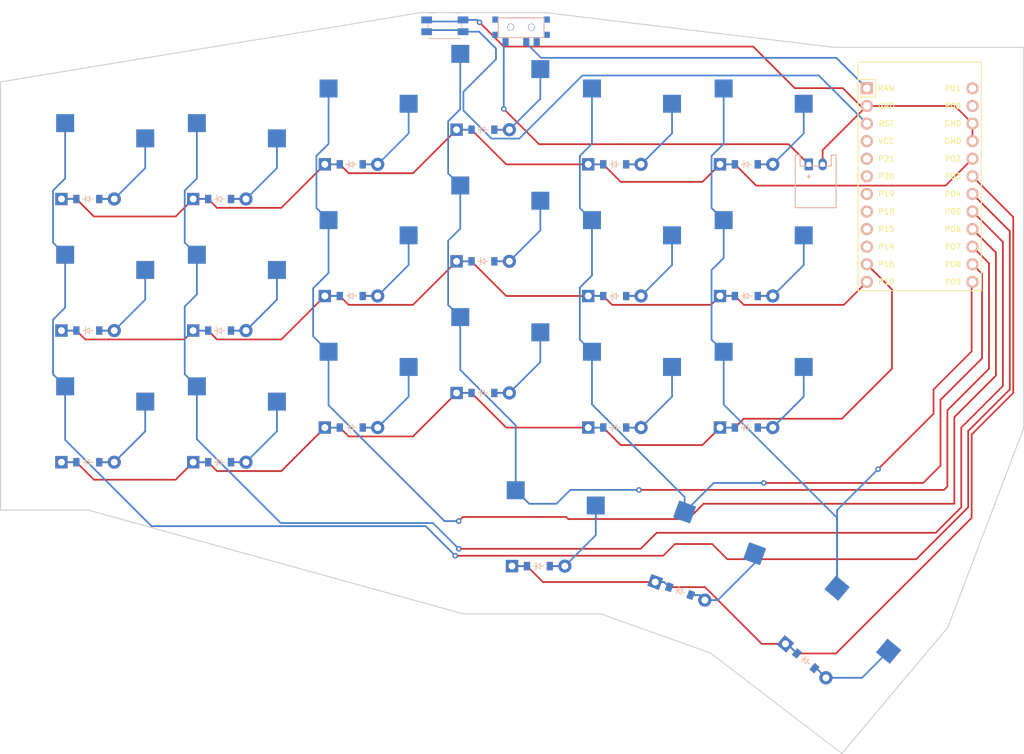
<source format=kicad_pcb>
(kicad_pcb (version 20241229) (generator "pcbnew") (generator_version "9.0")
  (title_block (title "left_pcb") (rev "v1.0.0") (company "Unknown"))
  (layers (0 "F.Cu" signal) (2 "B.Cu" signal) (13 "F.Paste" user) (15 "B.Paste" user) (5 "F.SilkS" user "F.Silkscreen") (7 "B.SilkS" user "B.Silkscreen") (1 "F.Mask" user) (3 "B.Mask" user) (25 "Edge.Cuts" user))
  (net 0 "")
  (net 1 "P4")
  (net 2 "outer_bottom")
  (net 3 "outer_home")
  (net 4 "outer_top")
  (net 5 "P5")
  (net 6 "pinky_bottom")
  (net 7 "pinky_home")
  (net 8 "pinky_top")
  (net 9 "P6")
  (net 10 "ring_bottom")
  (net 11 "ring_home")
  (net 12 "ring_top")
  (net 13 "P7")
  (net 14 "middle_bottom")
  (net 15 "middle_home")
  (net 16 "middle_top")
  (net 17 "P8")
  (net 18 "index_bottom")
  (net 19 "index_home")
  (net 20 "index_top")
  (net 21 "P9")
  (net 22 "inner_bottom")
  (net 23 "inner_home")
  (net 24 "inner_top")
  (net 25 "near_thumb")
  (net 26 "home_thumb")
  (net 27 "far_thumb")
  (net 28 "P16")
  (net 29 "P10")
  (net 30 "P2")
  (net 31 "P3")
  (net 32 "RAW")
  (net 33 "GND")
  (net 34 "RST")
  (net 35 "VCC")
  (net 36 "P21")
  (net 37 "P20")
  (net 38 "P19")
  (net 39 "P18")
  (net 40 "P15")
  (net 41 "P14")
  (net 42 "P1")
  (net 43 "P0")
  (net 44 "pos")
  (footprint "E73:SPDT_C128955" (layer "F.Cu") (at 162.5 42.2)
    (property "Reference" "T1" (hide yes))
    (property "Value" "" (hide yes))
  )
  (footprint "PG1350" (layer "F.Cu") (at 157 71)
    (property "Reference" "S11" (hide yes))
    (property "Value" "" (hide yes))
  )
  (footprint "PG1350" (layer "F.Cu") (at 138 76)
    (property "Reference" "S8" (hide yes))
    (property "Value" "" (hide yes))
  )
  (footprint "ComboDiode" (layer "F.Cu") (at 138 62)
    (property "Reference" "D9" (hide yes))
    (property "Value" "" (hide yes))
  )
  (footprint "PG1350" (layer "F.Cu") (at 165 115)
    (property "Reference" "S19" (hide yes))
    (property "Value" "" (hide yes))
  )
  (footprint "ComboDiode" (layer "F.Cu") (at 119 67)
    (property "Reference" "D6" (hide yes))
    (property "Value" "" (hide yes))
  )
  (footprint "PG1350" (layer "F.Cu") (at 157 90)
    (property "Reference" "S10" (hide yes))
    (property "Value" "" (hide yes))
  )
  (footprint "PG1350" (layer "F.Cu") (at 195 95)
    (property "Reference" "S16" (hide yes))
    (property "Value" "" (hide yes))
  )
  (footprint "ComboDiode" (layer "F.Cu") (at 119 86)
    (property "Reference" "D5" (hide yes))
    (property "Value" "" (hide yes))
  )
  (footprint "PG1350" (layer "F.Cu") (at 100 81)
    (property "Reference" "S2" (hide yes))
    (property "Value" "" (hide yes))
  )
  (footprint "ComboDiode" (layer "F.Cu") (at 157 57)
    (property "Reference" "D12" (hide yes))
    (property "Value" "" (hide yes))
  )
  (footprint "ComboDiode" (layer "F.Cu") (at 100 105)
    (property "Reference" "D1" (hide yes))
    (property "Value" "" (hide yes))
  )
  (footprint "ComboDiode" (layer "F.Cu") (at 185.422987 123.601124 -20)
    (property "Reference" "D20" (hide yes))
    (property "Value" "" (hide yes))
  )
  (footprint "ComboDiode" (layer "F.Cu") (at 195 100)
    (property "Reference" "D16" (hide yes))
    (property "Value" "" (hide yes))
  )
  (footprint "JST_PH_S2B-PH-K_02x2.00mm_Angled" (layer "F.Cu") (at 205 62)
    (property "Reference" "JST1" (hide yes))
    (property "Value" "" (hide yes))
  )
  (footprint "ComboDiode" (layer "F.Cu") (at 157 95)
    (property "Reference" "D10" (hide yes))
    (property "Value" "" (hide yes))
  )
  (footprint "ComboDiode" (layer "F.Cu") (at 195 62)
    (property "Reference" "D18" (hide yes))
    (property "Value" "" (hide yes))
  )
  (footprint "PG1350" (layer "F.Cu") (at 176 95)
    (property "Reference" "S13" (hide yes))
    (property "Value" "" (hide yes))
  )
  (footprint "ComboDiode" (layer "F.Cu") (at 138 100)
    (property "Reference" "D7" (hide yes))
    (property "Value" "" (hide yes))
  )
  (footprint "PG1350" (layer "F.Cu") (at 176 57)
    (property "Reference" "S15" (hide yes))
    (property "Value" "" (hide yes))
  )
  (footprint "PG1350" (layer "F.Cu") (at 157 52)
    (property "Reference" "S12" (hide yes))
    (property "Value" "" (hide yes))
  )
  (footprint "ComboDiode" (layer "F.Cu") (at 165 120)
    (property "Reference" "D19" (hide yes))
    (property "Value" "" (hide yes))
  )
  (footprint "ProMicro" (layer "F.Cu") (at 220 65 -90)
    (property "Reference" "MCU1" (hide yes))
    (property "Value" "" (hide yes))
  )
  (footprint "ComboDiode" (layer "F.Cu") (at 176 81)
    (property "Reference" "D14" (hide yes))
    (property "Value" "" (hide yes))
  )
  (footprint "HOLE_M2_TH" (layer "F.Cu") (at 185.46 62.1)
    (property "Reference" "")
    (property "Value" "")
  )
  (footprint "ComboDiode" (layer "F.Cu") (at 100 67)
    (property "Reference" "D3" (hide yes))
    (property "Value" "" (hide yes))
  )
  (footprint "PG1350" (layer "F.Cu") (at 187.133087 118.902661 -20)
    (property "Reference" "S20" (hide yes))
    (property "Value" "" (hide yes))
  )
  (footprint "HOLE_M2_TH" (layer "F.Cu") (at 185.46 100.1)
    (property "Reference" "")
    (property "Value" "")
  )
  (footprint "PG1350" (layer "F.Cu") (at 100 100)
    (property "Reference" "S1" (hide yes))
    (property "Value" "" (hide yes))
  )
  (footprint "ComboDiode" (layer "F.Cu") (at 195 81)
    (property "Reference" "D17" (hide yes))
    (property "Value" "" (hide yes))
  )
  (footprint "ComboDiode" (layer "F.Cu") (at 157 76)
    (property "Reference" "D11" (hide yes))
    (property "Value" "" (hide yes))
  )
  (footprint "PG1350" (layer "F.Cu") (at 119 62)
    (property "Reference" "S6" (hide yes))
    (property "Value" "" (hide yes))
  )
  (footprint "PG1350" (layer "F.Cu") (at 195 57)
    (property "Reference" "S18" (hide yes))
    (property "Value" "" (hide yes))
  )
  (footprint "PG1350" (layer "F.Cu") (at 119 100)
    (property "Reference" "S4" (hide yes))
    (property "Value" "" (hide yes))
  )
  (footprint "PG1350" (layer "F.Cu") (at 138 57)
    (property "Reference" "S9" (hide yes))
    (property "Value" "" (hide yes))
  )
  (footprint "ComboDiode" (layer "F.Cu") (at 176 100)
    (property "Reference" "D13" (hide yes))
    (property "Value" "" (hide yes))
  )
  (footprint "PG1350" (layer "F.Cu") (at 100 62)
    (property "Reference" "S3" (hide yes))
    (property "Value" "" (hide yes))
  )
  (footprint "ComboDiode" (layer "F.Cu") (at 100 86)
    (property "Reference" "D2" (hide yes))
    (property "Value" "" (hide yes))
  )
  (footprint "PG1350" (layer "F.Cu") (at 119 81)
    (property "Reference" "S5" (hide yes))
    (property "Value" "" (hide yes))
  )
  (footprint "HOLE_M2_TH" (layer "F.Cu") (at 109.54 67.1)
    (property "Reference" "")
    (property "Value" "")
  )
  (footprint "HOLE_M2_TH" (layer "F.Cu") (at 109.54 105.1)
    (property "Reference" "")
    (property "Value" "")
  )
  (footprint "PG1350" (layer "F.Cu") (at 176 76)
    (property "Reference" "S14" (hide yes))
    (property "Value" "" (hide yes))
  )
  (footprint "ComboDiode" (layer "F.Cu") (at 176 62)
    (property "Reference" "D15" (hide yes))
    (property "Value" "" (hide yes))
  )
  (footprint "Panasonic_EVQPUL_EVQPUC" (layer "F.Cu") (at 151.5 42)
    (property "Reference" "B1" (hide yes))
    (property "Value" "Panasonic_EVQPUL_EVQPUC" (hide yes))
  )
  (footprint "ComboDiode" (layer "F.Cu") (at 203.556308 133.669378 -40)
    (property "Reference" "D21" (hide yes))
    (property "Value" "" (hide yes))
  )
  (footprint "ComboDiode" (layer "F.Cu") (at 138 81)
    (property "Reference" "D8" (hide yes))
    (property "Value" "" (hide yes))
  )
  (footprint "ComboDiode" (layer "F.Cu") (at 119 105)
    (property "Reference" "D4" (hide yes))
    (property "Value" "" (hide yes))
  )
  (footprint "PG1350" (layer "F.Cu") (at 138 95)
    (property "Reference" "S7" (hide yes))
    (property "Value" "" (hide yes))
  )
  (footprint "PG1350" (layer "F.Cu") (at 206.770246 129.839156 -40)
    (property "Reference" "S21" (hide yes))
    (property "Value" "" (hide yes))
  )
  (footprint "HOLE_M2_TH" (layer "F.Cu") (at 197.620057 122.719605 -20)
    (property "Reference" "")
    (property "Value" "")
  )
  (footprint "PG1350" (layer "F.Cu") (at 195 76)
    (property "Reference" "S17" (hide yes))
    (property "Value" "" (hide yes))
  )
  (gr_line (start 166 40.1) (end 207.6 45.1) (stroke (width 0.15)) (layer "Edge.Cuts"))
  (gr_line (start 235 100.1) (end 224.071578 128.822351) (stroke (width 0.15)) (layer "Edge.Cuts"))
  (gr_line (start 235 45.1) (end 235 100.1) (stroke (width 0.15)) (layer "Edge.Cuts"))
  (gr_line (start 189.828835 132.547548) (end 174 126.9) (stroke (width 0.15)) (layer "Edge.Cuts"))
  (gr_line (start 154.2 126.9) (end 100 111.9) (stroke (width 0.15)) (layer "Edge.Cuts"))
  (gr_line (start 87.4 50.1) (end 148 40.1) (stroke (width 0.15)) (layer "Edge.Cuts"))
  (gr_line (start 207.6 45.1) (end 235 45.1) (stroke (width 0.15)) (layer "Edge.Cuts"))
  (gr_line (start 224.071578 128.822351) (end 208.773233 147.054209) (stroke (width 0.15)) (layer "Edge.Cuts"))
  (gr_line (start 208.773233 147.054209) (end 189.828835 132.547548) (stroke (width 0.15)) (layer "Edge.Cuts"))
  (gr_line (start 174 126.9) (end 154.2 126.9) (stroke (width 0.15)) (layer "Edge.Cuts"))
  (gr_line (start 148 40.1) (end 166 40.1) (stroke (width 0.15)) (layer "Edge.Cuts"))
  (gr_line (start 87.4 111.9) (end 87.4 50.1) (stroke (width 0.15)) (layer "Edge.Cuts"))
  (gr_line (start 100 111.9) (end 87.4 111.9) (stroke (width 0.15)) (layer "Edge.Cuts"))
  (segment (start 227 111.5) (end 227 100.5) (width 0.25) (layer "F.Cu") (net 1))
  (segment (start 219.5 119) (end 227 111.5) (width 0.25) (layer "F.Cu") (net 1))
  (segment (start 233 94.5) (end 233 71.65) (width 0.25) (layer "F.Cu") (net 1))
  (segment (start 184.687839 116.812161) (end 190.064884 116.812161) (width 0.25) (layer "F.Cu") (net 1))
  (segment (start 227 100.5) (end 233 94.5) (width 0.25) (layer "F.Cu") (net 1))
  (segment (start 233 71.65) (end 227.62 66.27) (width 0.25) (layer "F.Cu") (net 1))
  (segment (start 192.252723 119) (end 219.5 119) (width 0.25) (layer "F.Cu") (net 1))
  (segment (start 153 118.5) (end 183 118.5) (width 0.25) (layer "F.Cu") (net 1))
  (segment (start 190.064884 116.812161) (end 192.252723 119) (width 0.25) (layer "F.Cu") (net 1))
  (segment (start 183 118.5) (end 184.687839 116.812161) (width 0.25) (layer "F.Cu") (net 1))
  (via (at 153 118.5) (size 0.8) (drill 0.4) (layers "F.Cu" "B.Cu") (net 1))
  (segment (start 94.975 65.785) (end 94.975 73.3) (width 0.25) (layer "B.Cu") (net 1))
  (segment (start 96.725 64.035) (end 94.975 65.785) (width 0.25) (layer "B.Cu") (net 1))
  (segment (start 96.725 75.05) (end 96.725 82.673) (width 0.25) (layer "B.Cu") (net 1))
  (segment (start 96.725 82.673) (end 94.975 84.423) (width 0.25) (layer "B.Cu") (net 1))
  (segment (start 94.975 84.423) (end 94.975 92.3) (width 0.25) (layer "B.Cu") (net 1))
  (segment (start 148.732049 114.232049) (end 153 118.5) (width 0.25) (layer "B.Cu") (net 1))
  (segment (start 96.725 101.777) (end 109.180049 114.232049) (width 0.25) (layer "B.Cu") (net 1))
  (segment (start 94.975 92.3) (end 96.725 94.05) (width 0.25) (layer "B.Cu") (net 1))
  (segment (start 96.725 94.05) (end 96.725 101.777) (width 0.25) (layer "B.Cu") (net 1))
  (segment (start 109.180049 114.232049) (end 148.732049 114.232049) (width 0.25) (layer "B.Cu") (net 1))
  (segment (start 96.725 56.05) (end 96.725 64.035) (width 0.25) (layer "B.Cu") (net 1))
  (segment (start 94.975 73.3) (end 96.725 75.05) (width 0.25) (layer "B.Cu") (net 1))
  (segment (start 103.81 105) (end 101.65 105) (width 0.25) (layer "F.Cu") (net 2))
  (segment (start 108.275 96.25) (end 108.275 100.535) (width 0.25) (layer "B.Cu") (net 2))
  (segment (start 108.275 100.535) (end 103.81 105) (width 0.25) (layer "B.Cu") (net 2))
  (segment (start 101.65 105) (end 103.81 105) (width 0.25) (layer "B.Cu") (net 2))
  (segment (start 101.65 86) (end 103.81 86) (width 0.25) (layer "F.Cu") (net 3))
  (segment (start 108.275 81.535) (end 103.81 86) (width 0.25) (layer "B.Cu") (net 3))
  (segment (start 103.81 86) (end 101.65 86) (width 0.25) (layer "B.Cu") (net 3))
  (segment (start 108.275 77.25) (end 108.275 81.535) (width 0.25) (layer "B.Cu") (net 3))
  (segment (start 101.65 67) (end 103.81 67) (width 0.25) (layer "F.Cu") (net 4))
  (segment (start 101.65 67) (end 103.81 67) (width 0.25) (layer "B.Cu") (net 4))
  (segment (start 108.275 62.535) (end 103.81 67) (width 0.25) (layer "B.Cu") (net 4))
  (segment (start 108.275 58.25) (end 108.275 62.535) (width 0.25) (layer "B.Cu") (net 4))
  (segment (start 226 100) (end 232 94) (width 0.25) (layer "F.Cu") (net 5))
  (segment (start 182.063739 115.18749) (end 222.31251 115.18749) (width 0.25) (layer "F.Cu") (net 5))
  (segment (start 179.751229 117.5) (end 182.063739 115.18749) (width 0.25) (layer "F.Cu") (net 5))
  (segment (start 153.5 117.5) (end 179.751229 117.5) (width 0.25) (layer "F.Cu") (net 5))
  (segment (start 226 111.5) (end 226 100) (width 0.25) (layer "F.Cu") (net 5))
  (segment (start 222.31251 115.18749) (end 226 111.5) (width 0.25) (layer "F.Cu") (net 5))
  (segment (start 232 94) (end 232 73.19) (width 0.25) (layer "F.Cu") (net 5))
  (segment (start 232 73.19) (end 227.62 68.81) (width 0.25) (layer "F.Cu") (net 5))
  (via (at 153.5 117.5) (size 0.8) (drill 0.4) (layers "F.Cu" "B.Cu") (net 5))
  (segment (start 115.725 56.05) (end 115.725 64.035) (width 0.25) (layer "B.Cu") (net 5))
  (segment (start 115.725 94.05) (end 115.725 101.673) (width 0.25) (layer "B.Cu") (net 5))
  (segment (start 113.975 65.785) (end 113.975 73.3) (width 0.25) (layer "B.Cu") (net 5))
  (segment (start 115.725 80.775) (end 113.975 82.525) (width 0.25) (layer "B.Cu") (net 5))
  (segment (start 149.781049 113.781049) (end 153.5 117.5) (width 0.25) (layer "B.Cu") (net 5))
  (segment (start 115.725 75.05) (end 115.725 80.775) (width 0.25) (layer "B.Cu") (net 5))
  (segment (start 127.833049 113.781049) (end 149.781049 113.781049) (width 0.25) (layer "B.Cu") (net 5))
  (segment (start 113.975 92.3) (end 115.725 94.05) (width 0.25) (layer "B.Cu") (net 5))
  (segment (start 115.725 64.035) (end 113.975 65.785) (width 0.25) (layer "B.Cu") (net 5))
  (segment (start 113.975 73.3) (end 115.725 75.05) (width 0.25) (layer "B.Cu") (net 5))
  (segment (start 115.725 101.673) (end 127.833049 113.781049) (width 0.25) (layer "B.Cu") (net 5))
  (segment (start 113.975 82.525) (end 113.975 92.3) (width 0.25) (layer "B.Cu") (net 5))
  (segment (start 122.81 105) (end 120.65 105) (width 0.25) (layer "F.Cu") (net 6))
  (segment (start 127.275 100.535) (end 122.81 105) (width 0.25) (layer "B.Cu") (net 6))
  (segment (start 120.65 105) (end 122.81 105) (width 0.25) (layer "B.Cu") (net 6))
  (segment (start 127.275 96.25) (end 127.275 100.535) (width 0.25) (layer "B.Cu") (net 6))
  (segment (start 120.65 86) (end 122.81 86) (width 0.25) (layer "F.Cu") (net 7))
  (segment (start 127.275 77.25) (end 127.275 81.535) (width 0.25) (layer "B.Cu") (net 7))
  (segment (start 127.275 81.535) (end 122.81 86) (width 0.25) (layer "B.Cu") (net 7))
  (segment (start 122.81 86) (end 120.65 86) (width 0.25) (layer "B.Cu") (net 7))
  (segment (start 120.65 67) (end 122.81 67) (width 0.25) (layer "F.Cu") (net 8))
  (segment (start 122.81 67) (end 120.65 67) (width 0.25) (layer "B.Cu") (net 8))
  (segment (start 127.275 62.535) (end 122.81 67) (width 0.25) (layer "B.Cu") (net 8))
  (segment (start 127.275 58.25) (end 127.275 62.535) (width 0.25) (layer "B.Cu") (net 8))
  (segment (start 169.304828 113.207893) (end 186.618639 113.207893) (width 0.25) (layer "F.Cu") (net 9))
  (segment (start 231 74.73) (end 227.62 71.35) (width 0.25) (layer "F.Cu") (net 9))
  (segment (start 188.826532 111) (end 225 111) (width 0.25) (layer "F.Cu") (net 9))
  (segment (start 231 92.5) (end 231 74.73) (width 0.25) (layer "F.Cu") (net 9))
  (segment (start 154.0905 112.9095) (end 169.006435 112.9095) (width 0.25) (layer "F.Cu") (net 9))
  (segment (start 186.618639 113.207893) (end 188.826532 111) (width 0.25) (layer "F.Cu") (net 9))
  (segment (start 169.006435 112.9095) (end 169.304828 113.207893) (width 0.25) (layer "F.Cu") (net 9))
  (segment (start 225 111) (end 225 98.5) (width 0.25) (layer "F.Cu") (net 9))
  (segment (start 225 98.5) (end 231 92.5) (width 0.25) (layer "F.Cu") (net 9))
  (segment (start 153.5 113.5) (end 154.0905 112.9095) (width 0.25) (layer "F.Cu") (net 9))
  (via (at 153.5 113.5) (size 0.8) (drill 0.4) (layers "F.Cu" "B.Cu") (net 9))
  (segment (start 132.5 79.898) (end 132.5 86.825) (width 0.25) (layer "B.Cu") (net 9))
  (segment (start 151.448 113.5) (end 153.5 113.5) (width 0.25) (layer "B.Cu") (net 9))
  (segment (start 132.975 60.785) (end 132.975 68.3) (width 0.25) (layer "B.Cu") (net 9))
  (segment (start 134.725 77.673) (end 132.5 79.898) (width 0.25) (layer "B.Cu") (net 9))
  (segment (start 132.5 86.825) (end 134.725 89.05) (width 0.25) (layer "B.Cu") (net 9))
  (segment (start 134.725 59.035) (end 132.975 60.785) (width 0.25) (layer "B.Cu") (net 9))
  (segment (start 134.725 51.05) (end 134.725 59.035) (width 0.25) (layer "B.Cu") (net 9))
  (segment (start 134.725 70.05) (end 134.725 77.673) (width 0.25) (layer "B.Cu") (net 9))
  (segment (start 134.725 96.777) (end 151.448 113.5) (width 0.25) (layer "B.Cu") (net 9))
  (segment (start 134.725 89.05) (end 134.725 96.777) (width 0.25) (layer "B.Cu") (net 9))
  (segment (start 132.975 68.3) (end 134.725 70.05) (width 0.25) (layer "B.Cu") (net 9))
  (segment (start 141.81 100) (end 139.65 100) (width 0.25) (layer "F.Cu") (net 10))
  (segment (start 146.275 91.25) (end 146.275 95.535) (width 0.25) (layer "B.Cu") (net 10))
  (segment (start 139.65 100) (end 141.81 100) (width 0.25) (layer "B.Cu") (net 10))
  (segment (start 146.275 95.535) (end 141.81 100) (width 0.25) (layer "B.Cu") (net 10))
  (segment (start 139.65 81) (end 141.81 81) (width 0.25) (layer "F.Cu") (net 11))
  (segment (start 141.81 81) (end 139.65 81) (width 0.25) (layer "B.Cu") (net 11))
  (segment (start 146.275 72.25) (end 146.275 76.535) (width 0.25) (layer "B.Cu") (net 11))
  (segment (start 146.275 76.535) (end 141.81 81) (width 0.25) (layer "B.Cu") (net 11))
  (segment (start 141.81 62) (end 139.65 62) (width 0.25) (layer "F.Cu") (net 12))
  (segment (start 146.275 57.535) (end 146.275 53.25) (width 0.25) (layer "B.Cu") (net 12))
  (segment (start 139.65 62) (end 141.81 62) (width 0.25) (layer "B.Cu") (net 12))
  (segment (start 141.81 62) (end 146.275 57.535) (width 0.25) (layer "B.Cu") (net 12))
  (segment (start 224 108.5) (end 224 97.5) (width 0.25) (layer "F.Cu") (net 13))
  (segment (start 223.5 109) (end 224 108.5) (width 0.25) (layer "F.Cu") (net 13))
  (segment (start 230 76.27) (end 227.62 73.89) (width 0.25) (layer "F.Cu") (net 13))
  (segment (start 230 91.5) (end 230 76.27) (width 0.25) (layer "F.Cu") (net 13))
  (segment (start 224 97.5) (end 230 91.5) (width 0.25) (layer "F.Cu") (net 13))
  (segment (start 179.5 109) (end 223.5 109) (width 0.25) (layer "F.Cu") (net 13))
  (via (at 179.5 109) (size 0.8) (drill 0.4) (layers "F.Cu" "B.Cu") (net 13))
  (segment (start 167.596935 111) (end 169.596935 109) (width 0.25) (layer "B.Cu") (net 13))
  (segment (start 153.725 84.05) (end 153.725 91.673) (width 0.25) (layer "B.Cu") (net 13))
  (segment (start 163.675 111) (end 167.596935 111) (width 0.25) (layer "B.Cu") (net 13))
  (segment (start 151.975 73.025) (end 151.975 82.3) (width 0.25) (layer "B.Cu") (net 13))
  (segment (start 151.975 55.785) (end 151.975 63.3) (width 0.25) (layer "B.Cu") (net 13))
  (segment (start 153.725 54.035) (end 151.975 55.785) (width 0.25) (layer "B.Cu") (net 13))
  (segment (start 153.725 65.05) (end 153.725 71.275) (width 0.25) (layer "B.Cu") (net 13))
  (segment (start 153.725 71.275) (end 151.975 73.025) (width 0.25) (layer "B.Cu") (net 13))
  (segment (start 151.975 63.3) (end 153.725 65.05) (width 0.25) (layer "B.Cu") (net 13))
  (segment (start 153.725 91.673) (end 161.725 99.673) (width 0.25) (layer "B.Cu") (net 13))
  (segment (start 153.725 46.05) (end 153.725 54.035) (width 0.25) (layer "B.Cu") (net 13))
  (segment (start 151.975 82.3) (end 153.725 84.05) (width 0.25) (layer "B.Cu") (net 13))
  (segment (start 161.725 109.05) (end 163.675 111) (width 0.25) (layer "B.Cu") (net 13))
  (segment (start 169.596935 109) (end 179.5 109) (width 0.25) (layer "B.Cu") (net 13))
  (segment (start 161.725 99.673) (end 161.725 109.05) (width 0.25) (layer "B.Cu") (net 13))
  (segment (start 158.65 95) (end 160.81 95) (width 0.25) (layer "F.Cu") (net 14))
  (segment (start 165.275 86.25) (end 165.275 90.535) (width 0.25) (layer "B.Cu") (net 14))
  (segment (start 165.275 90.535) (end 160.81 95) (width 0.25) (layer "B.Cu") (net 14))
  (segment (start 160.81 95) (end 158.65 95) (width 0.25) (layer "B.Cu") (net 14))
  (segment (start 160.81 76) (end 158.65 76) (width 0.25) (layer "F.Cu") (net 15))
  (segment (start 165.275 71.535) (end 160.81 76) (width 0.25) (layer "B.Cu") (net 15))
  (segment (start 158.65 76) (end 160.81 76) (width 0.25) (layer "B.Cu") (net 15))
  (segment (start 165.275 67.25) (end 165.275 71.535) (width 0.25) (layer "B.Cu") (net 15))
  (segment (start 158.65 57) (end 160.81 57) (width 0.25) (layer "F.Cu") (net 16))
  (segment (start 165.275 52.535) (end 160.81 57) (width 0.25) (layer "B.Cu") (net 16))
  (segment (start 160.81 57) (end 158.65 57) (width 0.25) (layer "B.Cu") (net 16))
  (segment (start 165.275 48.25) (end 165.275 52.535) (width 0.25) (layer "B.Cu") (net 16))
  (segment (start 223 105.5) (end 223 96) (width 0.25) (layer "F.Cu") (net 17))
  (segment (start 229 90) (end 229 77.81) (width 0.25) (layer "F.Cu") (net 17))
  (segment (start 197.5 108) (end 220.5 108) (width 0.25) (layer "F.Cu") (net 17))
  (segment (start 229 77.81) (end 227.62 76.43) (width 0.25) (layer "F.Cu") (net 17))
  (segment (start 220.5 108) (end 223 105.5) (width 0.25) (layer "F.Cu") (net 17))
  (segment (start 223 96) (end 229 90) (width 0.25) (layer "F.Cu") (net 17))
  (via (at 197.5 108) (size 0.8) (drill 0.4) (layers "F.Cu" "B.Cu") (net 17))
  (segment (start 172.725 59.035) (end 170.975 60.785) (width 0.25) (layer "B.Cu") (net 17))
  (segment (start 186.090614 112.191374) (end 190.281988 108) (width 0.25) (layer "B.Cu") (net 17))
  (segment (start 170.975 68.3) (end 172.725 70.05) (width 0.25) (layer "B.Cu") (net 17))
  (segment (start 170.975 87.3) (end 172.725 89.05) (width 0.25) (layer "B.Cu") (net 17))
  (segment (start 172.725 78.035) (end 170.975 79.785) (width 0.25) (layer "B.Cu") (net 17))
  (segment (start 190.281988 108) (end 197.5 108) (width 0.25) (layer "B.Cu") (net 17))
  (segment (start 186.090614 110.016614) (end 186.090614 112.191374) (width 0.25) (layer "B.Cu") (net 17))
  (segment (start 172.725 51.05) (end 172.725 59.035) (width 0.25) (layer "B.Cu") (net 17))
  (segment (start 172.725 70.05) (end 172.725 78.035) (width 0.25) (layer "B.Cu") (net 17))
  (segment (start 172.725 89.05) (end 172.725 96.651) (width 0.25) (layer "B.Cu") (net 17))
  (segment (start 172.725 96.651) (end 186.090614 110.016614) (width 0.25) (layer "B.Cu") (net 17))
  (segment (start 170.975 79.785) (end 170.975 87.3) (width 0.25) (layer "B.Cu") (net 17))
  (segment (start 170.975 60.785) (end 170.975 68.3) (width 0.25) (layer "B.Cu") (net 17))
  (segment (start 179.81 100) (end 177.65 100) (width 0.25) (layer "F.Cu") (net 18))
  (segment (start 184.275 95.535) (end 179.81 100) (width 0.25) (layer "B.Cu") (net 18))
  (segment (start 177.65 100) (end 179.81 100) (width 0.25) (layer "B.Cu") (net 18))
  (segment (start 184.275 91.25) (end 184.275 95.535) (width 0.25) (layer "B.Cu") (net 18))
  (segment (start 177.65 81) (end 179.81 81) (width 0.25) (layer "F.Cu") (net 19))
  (segment (start 184.275 76.535) (end 179.81 81) (width 0.25) (layer "B.Cu") (net 19))
  (segment (start 177.65 81) (end 179.81 81) (width 0.25) (layer "B.Cu") (net 19))
  (segment (start 184.275 72.25) (end 184.275 76.535) (width 0.25) (layer "B.Cu") (net 19))
  (segment (start 179.81 62) (end 177.65 62) (width 0.25) (layer "F.Cu") (net 20))
  (segment (start 184.275 57.535) (end 179.81 62) (width 0.25) (layer "B.Cu") (net 20))
  (segment (start 177.65 62) (end 179.81 62) (width 0.25) (layer "B.Cu") (net 20))
  (segment (start 184.275 53.25) (end 184.275 57.535) (width 0.25) (layer "B.Cu") (net 20))
  (segment (start 222 98) (end 222 94.5) (width 0.25) (layer "F.Cu") (net 21))
  (segment (start 214 106) (end 222 98) (width 0.25) (layer "F.Cu") (net 21))
  (segment (start 227.5 89) (end 227.5 79.09) (width 0.25) (layer "F.Cu") (net 21))
  (segment (start 222 94.5) (end 227.5 89) (width 0.25) (layer "F.Cu") (net 21))
  (segment (start 227.5 79.09) (end 227.62 78.97) (width 0.25) (layer "F.Cu") (net 21))
  (via (at 214 106) (size 0.8) (drill 0.4) (layers "F.Cu" "B.Cu") (net 21))
  (segment (start 191.725 89.05) (end 191.725 96.673) (width 0.25) (layer "B.Cu") (net 21))
  (segment (start 191.725 51.05) (end 191.725 59.035) (width 0.25) (layer "B.Cu") (net 21))
  (segment (start 208.086037 123.176062) (end 208.086037 111.913963) (width 0.25) (layer "B.Cu") (net 21))
  (segment (start 191.725 59.035) (end 189.975 60.785) (width 0.25) (layer "B.Cu") (net 21))
  (segment (start 191.725 96.673) (end 208.086037 113.034037) (width 0.25) (layer "B.Cu") (net 21))
  (segment (start 208.086037 111.913963) (end 214 106) (width 0.25) (layer "B.Cu") (net 21))
  (segment (start 189.975 77.260099) (end 189.975 87.3) (width 0.25) (layer "B.Cu") (net 21))
  (segment (start 208.086037 113.034037) (end 208.086037 123.176062) (width 0.25) (layer "B.Cu") (net 21))
  (segment (start 191.725 75.510099) (end 189.975 77.260099) (width 0.25) (layer "B.Cu") (net 21))
  (segment (start 189.975 60.785) (end 189.975 68.3) (width 0.25) (layer "B.Cu") (net 21))
  (segment (start 189.975 87.3) (end 191.725 89.05) (width 0.25) (layer "B.Cu") (net 21))
  (segment (start 189.975 68.3) (end 191.725 70.05) (width 0.25) (layer "B.Cu") (net 21))
  (segment (start 191.725 70.05) (end 191.725 75.510099) (width 0.25) (layer "B.Cu") (net 21))
  (segment (start 198.81 100) (end 196.65 100) (width 0.25) (layer "F.Cu") (net 22))
  (segment (start 203.275 91.25) (end 203.275 95.535) (width 0.25) (layer "B.Cu") (net 22))
  (segment (start 203.275 95.535) (end 198.81 100) (width 0.25) (layer "B.Cu") (net 22))
  (segment (start 196.65 100) (end 198.81 100) (width 0.25) (layer "B.Cu") (net 22))
  (segment (start 196.65 81) (end 198.81 81) (width 0.25) (layer "F.Cu") (net 23))
  (segment (start 203.275 76.535) (end 198.81 81) (width 0.25) (layer "B.Cu") (net 23))
  (segment (start 203.275 72.25) (end 203.275 76.535) (width 0.25) (layer "B.Cu") (net 23))
  (segment (start 198.81 81) (end 196.65 81) (width 0.25) (layer "B.Cu") (net 23))
  (segment (start 198.81 62) (end 196.65 62) (width 0.25) (layer "F.Cu") (net 24))
  (segment (start 203.275 53.25) (end 203.275 57.535) (width 0.25) (layer "B.Cu") (net 24))
  (segment (start 203.275 57.535) (end 198.81 62) (width 0.25) (layer "B.Cu") (net 24))
  (segment (start 196.65 62) (end 198.81 62) (width 0.25) (layer "B.Cu") (net 24))
  (segment (start 166.65 120) (end 168.81 120) (width 0.25) (layer "F.Cu") (net 25))
  (segment (start 173.275 115.535) (end 168.81 120) (width 0.25) (layer "B.Cu") (net 25))
  (segment (start 173.275 111.25) (end 173.275 115.535) (width 0.25) (layer "B.Cu") (net 25))
  (segment (start 168.81 120) (end 166.65 120) (width 0.25) (layer "B.Cu") (net 25))
  (segment (start 186.97348 124.165457) (end 188.264452 124.165457) (width 0.25) (layer "F.Cu") (net 26))
  (segment (start 188.264452 124.165457) (end 189.003216 124.904221) (width 0.25) (layer "F.Cu") (net 26))
  (segment (start 196.191619 119.592461) (end 190.879859 124.904221) (width 0.25) (layer "B.Cu") (net 26))
  (segment (start 190.879859 124.904221) (end 189.003216 124.904221) (width 0.25) (layer "B.Cu") (net 26))
  (segment (start 188.264452 124.165457) (end 189.003216 124.904221) (width 0.25) (layer "B.Cu") (net 26))
  (segment (start 196.191619 118.20903) (end 196.191619 119.592461) (width 0.25) (layer "B.Cu") (net 26))
  (segment (start 186.97348 124.165457) (end 188.264452 124.165457) (width 0.25) (layer "B.Cu") (net 26))
  (segment (start 204.820281 134.729978) (end 205.086516 134.729978) (width 0.25) (layer "F.Cu") (net 27))
  (segment (start 205.086516 134.729978) (end 206.474937 136.118399) (width 0.25) (layer "F.Cu") (net 27))
  (segment (start 211.686875 136.118399) (end 206.474937 136.118399) (width 0.25) (layer "B.Cu") (net 27))
  (segment (start 215.519717 132.285557) (end 211.686875 136.118399) (width 0.25) (layer "B.Cu") (net 27))
  (segment (start 205.086516 134.729978) (end 206.474937 136.118399) (width 0.25) (layer "B.Cu") (net 27))
  (segment (start 204.820281 134.729978) (end 205.086516 134.729978) (width 0.25) (layer "B.Cu") (net 27))
  (segment (start 136.35 100) (end 137.6285 101.2785) (width 0.25) (layer "F.Cu") (net 28))
  (segment (start 98.35 105) (end 100.876 107.526) (width 0.25) (layer "F.Cu") (net 28))
  (segment (start 136.35 100) (end 134.19 100) (width 0.25) (layer "F.Cu") (net 28))
  (segment (start 174.35 100) (end 176.876 102.526) (width 0.25) (layer "F.Cu") (net 28))
  (segment (start 208.7785 98.7215) (end 216 91.5) (width 0.25) (layer "F.Cu") (net 28))
  (segment (start 117.35 105) (end 118.6285 106.2785) (width 0.25) (layer "F.Cu") (net 28))
  (segment (start 118.6285 106.2785) (end 127.9115 106.2785) (width 0.25) (layer "F.Cu") (net 28))
  (segment (start 153.19 95) (end 155.35 95) (width 0.25) (layer "F.Cu") (net 28))
  (segment (start 216 80.05) (end 212.38 76.43) (width 0.25) (layer "F.Cu") (net 28))
  (segment (start 117.35 105) (end 115.19 105) (width 0.25) (layer "F.Cu") (net 28))
  (segment (start 96.19 105) (end 98.35 105) (width 0.25) (layer "F.Cu") (net 28))
  (segment (start 194.6285 98.7215) (end 208.7785 98.7215) (width 0.25) (layer "F.Cu") (net 28))
  (segment (start 146.9115 101.2785) (end 153.19 95) (width 0.25) (layer "F.Cu") (net 28))
  (segment (start 137.6285 101.2785) (end 146.9115 101.2785) (width 0.25) (layer "F.Cu") (net 28))
  (segment (start 193.35 100) (end 191.19 100) (width 0.25) (layer "F.Cu") (net 28))
  (segment (start 112.664 107.526) (end 115.19 105) (width 0.25) (layer "F.Cu") (net 28))
  (segment (start 216 91.5) (end 216 80.05) (width 0.25) (layer "F.Cu") (net 28))
  (segment (start 188.664 102.526) (end 191.19 100) (width 0.25) (layer "F.Cu") (net 28))
  (segment (start 127.9115 106.2785) (end 134.19 100) (width 0.25) (layer "F.Cu") (net 28))
  (segment (start 193.35 100) (end 194.6285 98.7215) (width 0.25) (layer "F.Cu") (net 28))
  (segment (start 155.35 95) (end 160.35 100) (width 0.25) (layer "F.Cu") (net 28))
  (segment (start 176.876 102.526) (end 188.664 102.526) (width 0.25) (layer "F.Cu") (net 28))
  (segment (start 174.35 100) (end 172.19 100) (width 0.25) (layer "F.Cu") (net 28))
  (segment (start 160.35 100) (end 172.19 100) (width 0.25) (layer "F.Cu") (net 28))
  (segment (start 100.876 107.526) (end 112.664 107.526) (width 0.25) (layer "F.Cu") (net 28))
  (segment (start 115.19 105) (end 117.35 105) (width 0.25) (layer "B.Cu") (net 28))
  (segment (start 96.19 105) (end 98.35 105) (width 0.25) (layer "B.Cu") (net 28))
  (segment (start 172.19 100) (end 174.35 100) (width 0.25) (layer "B.Cu") (net 28))
  (segment (start 191.19 100) (end 193.35 100) (width 0.25) (layer "B.Cu") (net 28))
  (segment (start 155.35 95) (end 153.19 95) (width 0.25) (layer "B.Cu") (net 28))
  (segment (start 134.19 100) (end 136.35 100) (width 0.25) (layer "B.Cu") (net 28))
  (segment (start 146.9115 82.2785) (end 153.19 76) (width 0.25) (layer "F.Cu") (net 29))
  (segment (start 175.6285 82.2785) (end 189.9115 82.2785) (width 0.25) (layer "F.Cu") (net 29))
  (segment (start 136.35 81) (end 137.6285 82.2785) (width 0.25) (layer "F.Cu") (net 29))
  (segment (start 98.35 86) (end 99.6285 87.2785) (width 0.25) (layer "F.Cu") (net 29))
  (segment (start 96.19 86) (end 98.35 86) (width 0.25) (layer "F.Cu") (net 29))
  (segment (start 115.19 86) (end 117.35 86) (width 0.25) (layer "F.Cu") (net 29))
  (segment (start 118.6285 87.2785) (end 127.9115 87.2785) (width 0.25) (layer "F.Cu") (net 29))
  (segment (start 193.35 81) (end 194.6285 82.2785) (width 0.25) (layer "F.Cu") (net 29))
  (segment (start 172.19 81) (end 174.35 81) (width 0.25) (layer "F.Cu") (net 29))
  (segment (start 191.19 81) (end 193.35 81) (width 0.25) (layer "F.Cu") (net 29))
  (segment (start 113.9115 87.2785) (end 115.19 86) (width 0.25) (layer "F.Cu") (net 29))
  (segment (start 99.6285 87.2785) (end 113.9115 87.2785) (width 0.25) (layer "F.Cu") (net 29))
  (segment (start 189.9115 82.2785) (end 191.19 81) (width 0.25) (layer "F.Cu") (net 29))
  (segment (start 155.35 76) (end 153.19 76) (width 0.25) (layer "F.Cu") (net 29))
  (segment (start 155.35 76) (end 160.35 81) (width 0.25) (layer "F.Cu") (net 29))
  (segment (start 194.6285 82.2785) (end 209.0715 82.2785) (width 0.25) (layer "F.Cu") (net 29))
  (segment (start 134.19 81) (end 136.35 81) (width 0.25) (layer "F.Cu") (net 29))
  (segment (start 174.35 81) (end 175.6285 82.2785) (width 0.25) (layer "F.Cu") (net 29))
  (segment (start 209.0715 82.2785) (end 212.38 78.97) (width 0.25) (layer "F.Cu") (net 29))
  (segment (start 137.6285 82.2785) (end 146.9115 82.2785) (width 0.25) (layer "F.Cu") (net 29))
  (segment (start 117.35 86) (end 118.6285 87.2785) (width 0.25) (layer "F.Cu") (net 29))
  (segment (start 160.35 81) (end 172.19 81) (width 0.25) (layer "F.Cu") (net 29))
  (segment (start 127.9115 87.2785) (end 134.19 81) (width 0.25) (layer "F.Cu") (net 29))
  (segment (start 136.35 81) (end 134.19 81) (width 0.25) (layer "B.Cu") (net 29))
  (segment (start 153.19 76) (end 155.35 76) (width 0.25) (layer "B.Cu") (net 29))
  (segment (start 193.35 81) (end 191.19 81) (width 0.25) (layer "B.Cu") (net 29))
  (segment (start 98.35 86) (end 96.19 86) (width 0.25) (layer "B.Cu") (net 29))
  (segment (start 117.35 86) (end 115.19 86) (width 0.25) (layer "B.Cu") (net 29))
  (segment (start 172.19 81) (end 174.35 81) (width 0.25) (layer "B.Cu") (net 29))
  (segment (start 146.9115 63.2785) (end 153.19 57) (width 0.25) (layer "F.Cu") (net 30))
  (segment (start 137.6285 63.2785) (end 146.9115 63.2785) (width 0.25) (layer "F.Cu") (net 30))
  (segment (start 176.876 64.526) (end 188.664 64.526) (width 0.25) (layer "F.Cu") (net 30))
  (segment (start 115.19 67) (end 117.35 67) (width 0.25) (layer "F.Cu") (net 30))
  (segment (start 136.35 62) (end 134.19 62) (width 0.25) (layer "F.Cu") (net 30))
  (segment (start 188.664 64.526) (end 191.19 62) (width 0.25) (layer "F.Cu") (net 30))
  (segment (start 196.4177 65.0677) (end 223.7423 65.0677) (width 0.25) (layer "F.Cu") (net 30))
  (segment (start 160.35 62) (end 172.19 62) (width 0.25) (layer "F.Cu") (net 30))
  (segment (start 174.35 62) (end 176.876 64.526) (width 0.25) (layer "F.Cu") (net 30))
  (segment (start 155.35 57) (end 160.35 62) (width 0.25) (layer "F.Cu") (net 30))
  (segment (start 100.876 69.526) (end 112.664 69.526) (width 0.25) (layer "F.Cu") (net 30))
  (segment (start 193.35 62) (end 196.4177 65.0677) (width 0.25) (layer "F.Cu") (net 30))
  (segment (start 118.6285 68.2785) (end 127.9115 68.2785) (width 0.25) (layer "F.Cu") (net 30))
  (segment (start 193.35 62) (end 191.19 62) (width 0.25) (layer "F.Cu") (net 30))
  (segment (start 96.19 67) (end 98.35 67) (width 0.25) (layer "F.Cu") (net 30))
  (segment (start 117.35 67) (end 118.6285 68.2785) (width 0.25) (layer "F.Cu") (net 30))
  (segment (start 136.35 62) (end 137.6285 63.2785) (width 0.25) (layer "F.Cu") (net 30))
  (segment (start 127.9115 68.2785) (end 134.19 62) (width 0.25) (layer "F.Cu") (net 30))
  (segment (start 112.664 69.526) (end 115.19 67) (width 0.25) (layer "F.Cu") (net 30))
  (segment (start 223.7423 65.0677) (end 227.62 61.19) (width 0.25) (layer "F.Cu") (net 30))
  (segment (start 174.35 62) (end 172.19 62) (width 0.25) (layer "F.Cu") (net 30))
  (segment (start 98.35 67) (end 100.876 69.526) (width 0.25) (layer "F.Cu") (net 30))
  (segment (start 153.19 57) (end 155.35 57) (width 0.25) (layer "F.Cu") (net 30))
  (segment (start 172.19 62) (end 174.35 62) (width 0.25) (layer "B.Cu") (net 30))
  (segment (start 191.19 62) (end 193.35 62) (width 0.25) (layer "B.Cu") (net 30))
  (segment (start 134.19 62) (end 136.35 62) (width 0.25) (layer "B.Cu") (net 30))
  (segment (start 96.19 67) (end 98.35 67) (width 0.25) (layer "B.Cu") (net 30))
  (segment (start 117.35 67) (end 115.19 67) (width 0.25) (layer "B.Cu") (net 30))
  (segment (start 155.35 57) (end 153.19 57) (width 0.25) (layer "B.Cu") (net 30))
  (segment (start 189.036791 123.036791) (end 197.220357 131.220357) (width 0.25) (layer "F.Cu") (net 31))
  (segment (start 197.220357 131.220357) (end 200.637679 131.220357) (width 0.25) (layer "F.Cu") (net 31))
  (segment (start 233.5 95) (end 233.5 69.61) (width 0.25) (layer "F.Cu") (net 31))
  (segment (start 227.5 101) (end 233.5 95) (width 0.25) (layer "F.Cu") (net 31))
  (segment (start 233.5 69.61) (end 227.62 63.73) (width 0.25) (layer "F.Cu") (net 31))
  (segment (start 183.872494 123.036791) (end 189.036791 123.036791) (width 0.25) (layer "F.Cu") (net 31))
  (segment (start 202.292335 132.608778) (end 207.929506 132.608778) (width 0.25) (layer "F.Cu") (net 31))
  (segment (start 183.13373 122.298027) (end 183.872494 123.036791) (width 0.25) (layer "F.Cu") (net 31))
  (segment (start 227.5 113.038284) (end 227.5 101) (width 0.25) (layer "F.Cu") (net 31))
  (segment (start 200.637679 131.220357) (end 200.903914 131.220357) (width 0.25) (layer "F.Cu") (net 31))
  (segment (start 181.842758 122.298027) (end 183.13373 122.298027) (width 0.25) (layer "F.Cu") (net 31))
  (segment (start 165.648027 122.298027) (end 181.842758 122.298027) (width 0.25) (layer "F.Cu") (net 31))
  (segment (start 161.19 120) (end 163.35 120) (width 0.25) (layer "F.Cu") (net 31))
  (segment (start 207.929506 132.608778) (end 227.5 113.038284) (width 0.25) (layer "F.Cu") (net 31))
  (segment (start 163.35 120) (end 165.648027 122.298027) (width 0.25) (layer "F.Cu") (net 31))
  (segment (start 200.903914 131.220357) (end 202.292335 132.608778) (width 0.25) (layer "F.Cu") (net 31))
  (segment (start 183.13373 122.298027) (end 183.872494 123.036791) (width 0.25) (layer "B.Cu") (net 31))
  (segment (start 181.842758 122.298027) (end 183.13373 122.298027) (width 0.25) (layer "B.Cu") (net 31))
  (segment (start 200.903914 131.220357) (end 202.292335 132.608778) (width 0.25) (layer "B.Cu") (net 31))
  (segment (start 200.637679 131.220357) (end 200.903914 131.220357) (width 0.25) (layer "B.Cu") (net 31))
  (segment (start 163.35 120) (end 161.19 120) (width 0.25) (layer "B.Cu") (net 31))
  (segment (start 163.25 44.275) (end 163.25 44.502) (width 0.25) (layer "B.Cu") (net 32))
  (segment (start 163.25 44.502) (end 165.372 46.624) (width 0.25) (layer "B.Cu") (net 32))
  (segment (start 165.372 46.624) (end 207.974 46.624) (width 0.25) (layer "B.Cu") (net 32))
  (segment (start 207.974 46.624) (end 212.38 51.03) (width 0.25) (layer "B.Cu") (net 32))
  (segment (start 201.97804 51) (end 208.912047 51) (width 0.25) (layer "F.Cu") (net 33))
  (segment (start 206 59.95) (end 206 62) (width 0.25) (layer "F.Cu") (net 33))
  (segment (start 212.38 53.57) (end 206 59.95) (width 0.25) (layer "F.Cu") (net 33))
  (segment (start 211.482047 53.57) (end 212.38 53.57) (width 0.25) (layer "F.Cu") (net 33))
  (segment (start 225.08 53.57) (end 227.62 56.11) (width 0.25) (layer "F.Cu") (net 33))
  (segment (start 156.5 41.5) (end 160 45) (width 0.25) (layer "F.Cu") (net 33))
  (segment (start 160 45) (end 195.97804 45) (width 0.25) (layer "F.Cu") (net 33))
  (segment (start 212.38 53.57) (end 225.08 53.57) (width 0.25) (layer "F.Cu") (net 33))
  (segment (start 227.62 56.11) (end 227.62 58.65) (width 0.25) (layer "F.Cu") (net 33))
  (segment (start 195.97804 45) (end 201.97804 51) (width 0.25) (layer "F.Cu") (net 33))
  (segment (start 208.912047 51) (end 211.482047 53.57) (width 0.25) (layer "F.Cu") (net 33))
  (via (at 156.5 41.5) (size 0.8) (drill 0.4) (layers "F.Cu" "B.Cu") (net 33))
  (segment (start 154.125 41.15) (end 156.15 41.15) (width 0.25) (layer "B.Cu") (net 33))
  (segment (start 153.899 41.376) (end 154.125 41.15) (width 0.25) (layer "B.Cu") (net 33))
  (segment (start 149.101 41.376) (end 153.899 41.376) (width 0.25) (layer "B.Cu") (net 33))
  (segment (start 156.15 41.15) (end 156.5 41.5) (width 0.25) (layer "B.Cu") (net 33))
  (segment (start 148.875 41.15) (end 149.101 41.376) (width 0.25) (layer "B.Cu") (net 33))
  (segment (start 171.349 49.174) (end 162.2445 58.2785) (width 0.25) (layer "B.Cu") (net 34))
  (segment (start 153.899 42.624) (end 154.125 42.85) (width 0.25) (layer "B.Cu") (net 34))
  (segment (start 205.444 49.174) (end 171.349 49.174) (width 0.25) (layer "B.Cu") (net 34))
  (segment (start 154.176 54.22181) (end 154.176 51.527065) (width 0.25) (layer "B.Cu") (net 34))
  (segment (start 162.2445 58.2785) (end 158.23269 58.2785) (width 0.25) (layer "B.Cu") (net 34))
  (segment (start 156.453065 42.85) (end 154.125 42.85) (width 0.25) (layer "B.Cu") (net 34))
  (segment (start 149.101 42.624) (end 153.899 42.624) (width 0.25) (layer "B.Cu") (net 34))
  (segment (start 158.23269 58.2785) (end 154.176 54.22181) (width 0.25) (layer "B.Cu") (net 34))
  (segment (start 158.876 46.827065) (end 158.876 45.272935) (width 0.25) (layer "B.Cu") (net 34))
  (segment (start 154.176 51.527065) (end 158.876 46.827065) (width 0.25) (layer "B.Cu") (net 34))
  (segment (start 212.38 56.11) (end 205.444 49.174) (width 0.25) (layer "B.Cu") (net 34))
  (segment (start 148.875 42.85) (end 149.101 42.624) (width 0.25) (layer "B.Cu") (net 34))
  (segment (start 158.876 45.272935) (end 156.453065 42.85) (width 0.25) (layer "B.Cu") (net 34))
  (segment (start 160 54) (end 165.0905 59.0905) (width 0.25) (layer "F.Cu") (net 44))
  (segment (start 201.0905 59.0905) (end 204 62) (width 0.25) (layer "F.Cu") (net 44))
  (segment (start 165.0905 59.0905) (end 201.0905 59.0905) (width 0.25) (layer "F.Cu") (net 44))
  (via (at 160 54) (size 0.8) (drill 0.4) (layers "F.Cu" "B.Cu") (net 44))
  (segment (start 160 44.525) (end 160 54) (width 0.25) (layer "B.Cu") (net 44))
  (segment (start 160.25 44.275) (end 160 44.525) (width 0.25) (layer "B.Cu") (net 44))
)
</source>
